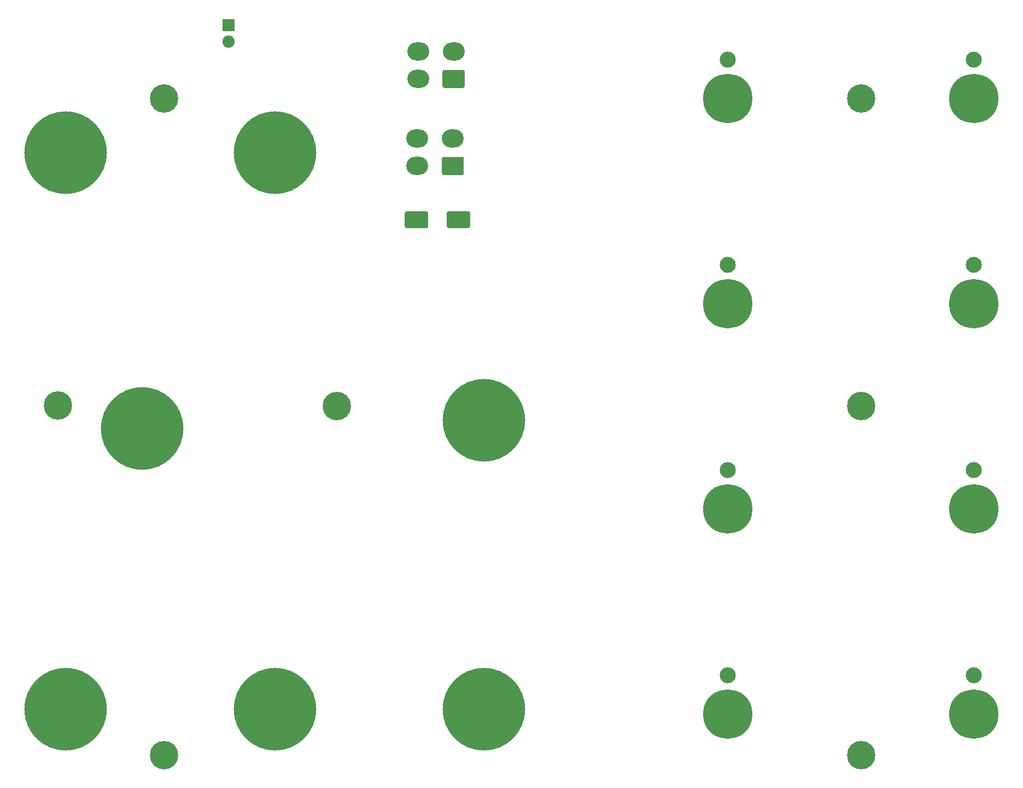
<source format=gbr>
%TF.GenerationSoftware,KiCad,Pcbnew,(5.1.6)-1*%
%TF.CreationDate,2020-12-18T17:17:27+11:00*%
%TF.ProjectId,COMM Panel PCB V2,434f4d4d-2050-4616-9e65-6c2050434220,rev?*%
%TF.SameCoordinates,Original*%
%TF.FileFunction,Soldermask,Bot*%
%TF.FilePolarity,Negative*%
%FSLAX46Y46*%
G04 Gerber Fmt 4.6, Leading zero omitted, Abs format (unit mm)*
G04 Created by KiCad (PCBNEW (5.1.6)-1) date 2020-12-18 17:17:27*
%MOMM*%
%LPD*%
G01*
G04 APERTURE LIST*
%ADD10C,12.800000*%
%ADD11C,4.400000*%
%ADD12C,7.640752*%
%ADD13C,2.481250*%
%ADD14O,3.400000X2.800000*%
%ADD15C,1.900000*%
%ADD16R,1.900000X1.900000*%
G04 APERTURE END LIST*
D10*
%TO.C,G3*%
X94190570Y-92683622D03*
X94190570Y-92683622D03*
%TD*%
D11*
%TO.C,21*%
X97619570Y-143229622D03*
%TD*%
%TO.C,23*%
X205569570Y-89254622D03*
%TD*%
D12*
%TO.C,9*%
X223019370Y-41629622D03*
D13*
X223019370Y-35629622D03*
D12*
X223019370Y-41629622D03*
%TD*%
%TO.C,8*%
X184919370Y-41629622D03*
D13*
X184919370Y-35629622D03*
D12*
X184919370Y-41629622D03*
%TD*%
%TO.C,11*%
X223019370Y-73379622D03*
D13*
X223019370Y-67379622D03*
D12*
X223019370Y-73379622D03*
%TD*%
%TO.C,10*%
X184919370Y-73379622D03*
D13*
X184919370Y-67379622D03*
D12*
X184919370Y-73379622D03*
%TD*%
D11*
%TO.C,24*%
X205569570Y-41629622D03*
%TD*%
D12*
%TO.C,13*%
X223019370Y-105129622D03*
D13*
X223019370Y-99129622D03*
D12*
X223019370Y-105129622D03*
%TD*%
%TO.C,12*%
X184919370Y-105129622D03*
D13*
X184919370Y-99129622D03*
D12*
X184919370Y-105129622D03*
%TD*%
D11*
%TO.C,22*%
X205569570Y-143229622D03*
%TD*%
D12*
%TO.C,16*%
X223019370Y-136879622D03*
D13*
X223019370Y-130879622D03*
D12*
X223019370Y-136879622D03*
%TD*%
%TO.C,14*%
X184919370Y-136879622D03*
D13*
X184919370Y-130879622D03*
D12*
X184919370Y-136879622D03*
%TD*%
D10*
%TO.C,7*%
X147149570Y-136117622D03*
X147149570Y-136117622D03*
%TD*%
%TO.C,6*%
X114764570Y-136117622D03*
X114764570Y-136117622D03*
%TD*%
%TO.C,5*%
X82379570Y-136117622D03*
X82379570Y-136117622D03*
%TD*%
%TO.C,4*%
X147149570Y-91413622D03*
X147149570Y-91413622D03*
%TD*%
D11*
%TO.C,20*%
X124341608Y-89254622D03*
%TD*%
%TO.C,19*%
X81178400Y-89154000D03*
%TD*%
%TO.C,17*%
X97619570Y-41629622D03*
%TD*%
D10*
%TO.C,2*%
X114764570Y-50011622D03*
X114764570Y-50011622D03*
%TD*%
%TO.C,1*%
X82379570Y-50011622D03*
X82379570Y-50011622D03*
%TD*%
D14*
%TO.C,J1*%
X136943000Y-34408000D03*
X136943000Y-38608000D03*
X142443000Y-34408000D03*
G36*
G01*
X143883740Y-40008000D02*
X141002260Y-40008000D01*
G75*
G02*
X140743000Y-39748740I0J259260D01*
G01*
X140743000Y-37467260D01*
G75*
G02*
X141002260Y-37208000I259260J0D01*
G01*
X143883740Y-37208000D01*
G75*
G02*
X144143000Y-37467260I0J-259260D01*
G01*
X144143000Y-39748740D01*
G75*
G02*
X143883740Y-40008000I-259260J0D01*
G01*
G37*
%TD*%
%TO.C,J2*%
X136842000Y-47870000D03*
X136842000Y-52070000D03*
X142342000Y-47870000D03*
G36*
G01*
X143782740Y-53470000D02*
X140901260Y-53470000D01*
G75*
G02*
X140642000Y-53210740I0J259260D01*
G01*
X140642000Y-50929260D01*
G75*
G02*
X140901260Y-50670000I259260J0D01*
G01*
X143782740Y-50670000D01*
G75*
G02*
X144042000Y-50929260I0J-259260D01*
G01*
X144042000Y-53210740D01*
G75*
G02*
X143782740Y-53470000I-259260J0D01*
G01*
G37*
%TD*%
D15*
%TO.C,D110*%
X107600000Y-32825000D03*
D16*
X107600000Y-30285000D03*
%TD*%
%TO.C,C1*%
G36*
G01*
X138500000Y-59360000D02*
X138500000Y-61440000D01*
G75*
G02*
X138240000Y-61700000I-260000J0D01*
G01*
X135160000Y-61700000D01*
G75*
G02*
X134900000Y-61440000I0J260000D01*
G01*
X134900000Y-59360000D01*
G75*
G02*
X135160000Y-59100000I260000J0D01*
G01*
X138240000Y-59100000D01*
G75*
G02*
X138500000Y-59360000I0J-260000D01*
G01*
G37*
G36*
G01*
X145000000Y-59360000D02*
X145000000Y-61440000D01*
G75*
G02*
X144740000Y-61700000I-260000J0D01*
G01*
X141660000Y-61700000D01*
G75*
G02*
X141400000Y-61440000I0J260000D01*
G01*
X141400000Y-59360000D01*
G75*
G02*
X141660000Y-59100000I260000J0D01*
G01*
X144740000Y-59100000D01*
G75*
G02*
X145000000Y-59360000I0J-260000D01*
G01*
G37*
%TD*%
M02*

</source>
